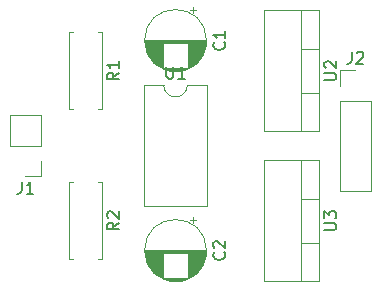
<source format=gbr>
G04 #@! TF.GenerationSoftware,KiCad,Pcbnew,5.0.0-fee4fd1~66~ubuntu18.04.1*
G04 #@! TF.CreationDate,2018-09-29T14:40:01+02:00*
G04 #@! TF.ProjectId,pwrsupply,707772737570706C792E6B696361645F,rev?*
G04 #@! TF.SameCoordinates,PX542d128PY52f7038*
G04 #@! TF.FileFunction,Legend,Top*
G04 #@! TF.FilePolarity,Positive*
%FSLAX46Y46*%
G04 Gerber Fmt 4.6, Leading zero omitted, Abs format (unit mm)*
G04 Created by KiCad (PCBNEW 5.0.0-fee4fd1~66~ubuntu18.04.1) date Sat Sep 29 14:40:01 2018*
%MOMM*%
%LPD*%
G01*
G04 APERTURE LIST*
%ADD10C,0.120000*%
%ADD11C,0.150000*%
G04 APERTURE END LIST*
D10*
G04 #@! TO.C,C1*
X17225000Y20975000D02*
G75*
G03X17225000Y20975000I-2620000J0D01*
G01*
X17185000Y20975000D02*
X12025000Y20975000D01*
X17185000Y20935000D02*
X12025000Y20935000D01*
X17184000Y20895000D02*
X12026000Y20895000D01*
X17183000Y20855000D02*
X12027000Y20855000D01*
X17181000Y20815000D02*
X12029000Y20815000D01*
X17178000Y20775000D02*
X12032000Y20775000D01*
X17174000Y20735000D02*
X15645000Y20735000D01*
X13565000Y20735000D02*
X12036000Y20735000D01*
X17170000Y20695000D02*
X15645000Y20695000D01*
X13565000Y20695000D02*
X12040000Y20695000D01*
X17166000Y20655000D02*
X15645000Y20655000D01*
X13565000Y20655000D02*
X12044000Y20655000D01*
X17161000Y20615000D02*
X15645000Y20615000D01*
X13565000Y20615000D02*
X12049000Y20615000D01*
X17155000Y20575000D02*
X15645000Y20575000D01*
X13565000Y20575000D02*
X12055000Y20575000D01*
X17148000Y20535000D02*
X15645000Y20535000D01*
X13565000Y20535000D02*
X12062000Y20535000D01*
X17141000Y20495000D02*
X15645000Y20495000D01*
X13565000Y20495000D02*
X12069000Y20495000D01*
X17133000Y20455000D02*
X15645000Y20455000D01*
X13565000Y20455000D02*
X12077000Y20455000D01*
X17125000Y20415000D02*
X15645000Y20415000D01*
X13565000Y20415000D02*
X12085000Y20415000D01*
X17116000Y20375000D02*
X15645000Y20375000D01*
X13565000Y20375000D02*
X12094000Y20375000D01*
X17106000Y20335000D02*
X15645000Y20335000D01*
X13565000Y20335000D02*
X12104000Y20335000D01*
X17096000Y20295000D02*
X15645000Y20295000D01*
X13565000Y20295000D02*
X12114000Y20295000D01*
X17085000Y20254000D02*
X15645000Y20254000D01*
X13565000Y20254000D02*
X12125000Y20254000D01*
X17073000Y20214000D02*
X15645000Y20214000D01*
X13565000Y20214000D02*
X12137000Y20214000D01*
X17060000Y20174000D02*
X15645000Y20174000D01*
X13565000Y20174000D02*
X12150000Y20174000D01*
X17047000Y20134000D02*
X15645000Y20134000D01*
X13565000Y20134000D02*
X12163000Y20134000D01*
X17033000Y20094000D02*
X15645000Y20094000D01*
X13565000Y20094000D02*
X12177000Y20094000D01*
X17019000Y20054000D02*
X15645000Y20054000D01*
X13565000Y20054000D02*
X12191000Y20054000D01*
X17003000Y20014000D02*
X15645000Y20014000D01*
X13565000Y20014000D02*
X12207000Y20014000D01*
X16987000Y19974000D02*
X15645000Y19974000D01*
X13565000Y19974000D02*
X12223000Y19974000D01*
X16970000Y19934000D02*
X15645000Y19934000D01*
X13565000Y19934000D02*
X12240000Y19934000D01*
X16953000Y19894000D02*
X15645000Y19894000D01*
X13565000Y19894000D02*
X12257000Y19894000D01*
X16934000Y19854000D02*
X15645000Y19854000D01*
X13565000Y19854000D02*
X12276000Y19854000D01*
X16915000Y19814000D02*
X15645000Y19814000D01*
X13565000Y19814000D02*
X12295000Y19814000D01*
X16895000Y19774000D02*
X15645000Y19774000D01*
X13565000Y19774000D02*
X12315000Y19774000D01*
X16873000Y19734000D02*
X15645000Y19734000D01*
X13565000Y19734000D02*
X12337000Y19734000D01*
X16852000Y19694000D02*
X15645000Y19694000D01*
X13565000Y19694000D02*
X12358000Y19694000D01*
X16829000Y19654000D02*
X15645000Y19654000D01*
X13565000Y19654000D02*
X12381000Y19654000D01*
X16805000Y19614000D02*
X15645000Y19614000D01*
X13565000Y19614000D02*
X12405000Y19614000D01*
X16780000Y19574000D02*
X15645000Y19574000D01*
X13565000Y19574000D02*
X12430000Y19574000D01*
X16754000Y19534000D02*
X15645000Y19534000D01*
X13565000Y19534000D02*
X12456000Y19534000D01*
X16727000Y19494000D02*
X15645000Y19494000D01*
X13565000Y19494000D02*
X12483000Y19494000D01*
X16700000Y19454000D02*
X15645000Y19454000D01*
X13565000Y19454000D02*
X12510000Y19454000D01*
X16670000Y19414000D02*
X15645000Y19414000D01*
X13565000Y19414000D02*
X12540000Y19414000D01*
X16640000Y19374000D02*
X15645000Y19374000D01*
X13565000Y19374000D02*
X12570000Y19374000D01*
X16609000Y19334000D02*
X15645000Y19334000D01*
X13565000Y19334000D02*
X12601000Y19334000D01*
X16576000Y19294000D02*
X15645000Y19294000D01*
X13565000Y19294000D02*
X12634000Y19294000D01*
X16542000Y19254000D02*
X15645000Y19254000D01*
X13565000Y19254000D02*
X12668000Y19254000D01*
X16506000Y19214000D02*
X15645000Y19214000D01*
X13565000Y19214000D02*
X12704000Y19214000D01*
X16469000Y19174000D02*
X15645000Y19174000D01*
X13565000Y19174000D02*
X12741000Y19174000D01*
X16431000Y19134000D02*
X15645000Y19134000D01*
X13565000Y19134000D02*
X12779000Y19134000D01*
X16390000Y19094000D02*
X15645000Y19094000D01*
X13565000Y19094000D02*
X12820000Y19094000D01*
X16348000Y19054000D02*
X15645000Y19054000D01*
X13565000Y19054000D02*
X12862000Y19054000D01*
X16304000Y19014000D02*
X15645000Y19014000D01*
X13565000Y19014000D02*
X12906000Y19014000D01*
X16258000Y18974000D02*
X15645000Y18974000D01*
X13565000Y18974000D02*
X12952000Y18974000D01*
X16210000Y18934000D02*
X15645000Y18934000D01*
X13565000Y18934000D02*
X13000000Y18934000D01*
X16159000Y18894000D02*
X15645000Y18894000D01*
X13565000Y18894000D02*
X13051000Y18894000D01*
X16105000Y18854000D02*
X15645000Y18854000D01*
X13565000Y18854000D02*
X13105000Y18854000D01*
X16048000Y18814000D02*
X15645000Y18814000D01*
X13565000Y18814000D02*
X13162000Y18814000D01*
X15988000Y18774000D02*
X15645000Y18774000D01*
X13565000Y18774000D02*
X13222000Y18774000D01*
X15924000Y18734000D02*
X15645000Y18734000D01*
X13565000Y18734000D02*
X13286000Y18734000D01*
X15856000Y18694000D02*
X15645000Y18694000D01*
X13565000Y18694000D02*
X13354000Y18694000D01*
X15783000Y18654000D02*
X13427000Y18654000D01*
X15703000Y18614000D02*
X13507000Y18614000D01*
X15616000Y18574000D02*
X13594000Y18574000D01*
X15520000Y18534000D02*
X13690000Y18534000D01*
X15410000Y18494000D02*
X13800000Y18494000D01*
X15282000Y18454000D02*
X13928000Y18454000D01*
X15123000Y18414000D02*
X14087000Y18414000D01*
X14889000Y18374000D02*
X14321000Y18374000D01*
X16080000Y23779775D02*
X16080000Y23279775D01*
X16330000Y23529775D02*
X15830000Y23529775D01*
G04 #@! TO.C,C2*
X16330000Y5749775D02*
X15830000Y5749775D01*
X16080000Y5999775D02*
X16080000Y5499775D01*
X14889000Y594000D02*
X14321000Y594000D01*
X15123000Y634000D02*
X14087000Y634000D01*
X15282000Y674000D02*
X13928000Y674000D01*
X15410000Y714000D02*
X13800000Y714000D01*
X15520000Y754000D02*
X13690000Y754000D01*
X15616000Y794000D02*
X13594000Y794000D01*
X15703000Y834000D02*
X13507000Y834000D01*
X15783000Y874000D02*
X13427000Y874000D01*
X13565000Y914000D02*
X13354000Y914000D01*
X15856000Y914000D02*
X15645000Y914000D01*
X13565000Y954000D02*
X13286000Y954000D01*
X15924000Y954000D02*
X15645000Y954000D01*
X13565000Y994000D02*
X13222000Y994000D01*
X15988000Y994000D02*
X15645000Y994000D01*
X13565000Y1034000D02*
X13162000Y1034000D01*
X16048000Y1034000D02*
X15645000Y1034000D01*
X13565000Y1074000D02*
X13105000Y1074000D01*
X16105000Y1074000D02*
X15645000Y1074000D01*
X13565000Y1114000D02*
X13051000Y1114000D01*
X16159000Y1114000D02*
X15645000Y1114000D01*
X13565000Y1154000D02*
X13000000Y1154000D01*
X16210000Y1154000D02*
X15645000Y1154000D01*
X13565000Y1194000D02*
X12952000Y1194000D01*
X16258000Y1194000D02*
X15645000Y1194000D01*
X13565000Y1234000D02*
X12906000Y1234000D01*
X16304000Y1234000D02*
X15645000Y1234000D01*
X13565000Y1274000D02*
X12862000Y1274000D01*
X16348000Y1274000D02*
X15645000Y1274000D01*
X13565000Y1314000D02*
X12820000Y1314000D01*
X16390000Y1314000D02*
X15645000Y1314000D01*
X13565000Y1354000D02*
X12779000Y1354000D01*
X16431000Y1354000D02*
X15645000Y1354000D01*
X13565000Y1394000D02*
X12741000Y1394000D01*
X16469000Y1394000D02*
X15645000Y1394000D01*
X13565000Y1434000D02*
X12704000Y1434000D01*
X16506000Y1434000D02*
X15645000Y1434000D01*
X13565000Y1474000D02*
X12668000Y1474000D01*
X16542000Y1474000D02*
X15645000Y1474000D01*
X13565000Y1514000D02*
X12634000Y1514000D01*
X16576000Y1514000D02*
X15645000Y1514000D01*
X13565000Y1554000D02*
X12601000Y1554000D01*
X16609000Y1554000D02*
X15645000Y1554000D01*
X13565000Y1594000D02*
X12570000Y1594000D01*
X16640000Y1594000D02*
X15645000Y1594000D01*
X13565000Y1634000D02*
X12540000Y1634000D01*
X16670000Y1634000D02*
X15645000Y1634000D01*
X13565000Y1674000D02*
X12510000Y1674000D01*
X16700000Y1674000D02*
X15645000Y1674000D01*
X13565000Y1714000D02*
X12483000Y1714000D01*
X16727000Y1714000D02*
X15645000Y1714000D01*
X13565000Y1754000D02*
X12456000Y1754000D01*
X16754000Y1754000D02*
X15645000Y1754000D01*
X13565000Y1794000D02*
X12430000Y1794000D01*
X16780000Y1794000D02*
X15645000Y1794000D01*
X13565000Y1834000D02*
X12405000Y1834000D01*
X16805000Y1834000D02*
X15645000Y1834000D01*
X13565000Y1874000D02*
X12381000Y1874000D01*
X16829000Y1874000D02*
X15645000Y1874000D01*
X13565000Y1914000D02*
X12358000Y1914000D01*
X16852000Y1914000D02*
X15645000Y1914000D01*
X13565000Y1954000D02*
X12337000Y1954000D01*
X16873000Y1954000D02*
X15645000Y1954000D01*
X13565000Y1994000D02*
X12315000Y1994000D01*
X16895000Y1994000D02*
X15645000Y1994000D01*
X13565000Y2034000D02*
X12295000Y2034000D01*
X16915000Y2034000D02*
X15645000Y2034000D01*
X13565000Y2074000D02*
X12276000Y2074000D01*
X16934000Y2074000D02*
X15645000Y2074000D01*
X13565000Y2114000D02*
X12257000Y2114000D01*
X16953000Y2114000D02*
X15645000Y2114000D01*
X13565000Y2154000D02*
X12240000Y2154000D01*
X16970000Y2154000D02*
X15645000Y2154000D01*
X13565000Y2194000D02*
X12223000Y2194000D01*
X16987000Y2194000D02*
X15645000Y2194000D01*
X13565000Y2234000D02*
X12207000Y2234000D01*
X17003000Y2234000D02*
X15645000Y2234000D01*
X13565000Y2274000D02*
X12191000Y2274000D01*
X17019000Y2274000D02*
X15645000Y2274000D01*
X13565000Y2314000D02*
X12177000Y2314000D01*
X17033000Y2314000D02*
X15645000Y2314000D01*
X13565000Y2354000D02*
X12163000Y2354000D01*
X17047000Y2354000D02*
X15645000Y2354000D01*
X13565000Y2394000D02*
X12150000Y2394000D01*
X17060000Y2394000D02*
X15645000Y2394000D01*
X13565000Y2434000D02*
X12137000Y2434000D01*
X17073000Y2434000D02*
X15645000Y2434000D01*
X13565000Y2474000D02*
X12125000Y2474000D01*
X17085000Y2474000D02*
X15645000Y2474000D01*
X13565000Y2515000D02*
X12114000Y2515000D01*
X17096000Y2515000D02*
X15645000Y2515000D01*
X13565000Y2555000D02*
X12104000Y2555000D01*
X17106000Y2555000D02*
X15645000Y2555000D01*
X13565000Y2595000D02*
X12094000Y2595000D01*
X17116000Y2595000D02*
X15645000Y2595000D01*
X13565000Y2635000D02*
X12085000Y2635000D01*
X17125000Y2635000D02*
X15645000Y2635000D01*
X13565000Y2675000D02*
X12077000Y2675000D01*
X17133000Y2675000D02*
X15645000Y2675000D01*
X13565000Y2715000D02*
X12069000Y2715000D01*
X17141000Y2715000D02*
X15645000Y2715000D01*
X13565000Y2755000D02*
X12062000Y2755000D01*
X17148000Y2755000D02*
X15645000Y2755000D01*
X13565000Y2795000D02*
X12055000Y2795000D01*
X17155000Y2795000D02*
X15645000Y2795000D01*
X13565000Y2835000D02*
X12049000Y2835000D01*
X17161000Y2835000D02*
X15645000Y2835000D01*
X13565000Y2875000D02*
X12044000Y2875000D01*
X17166000Y2875000D02*
X15645000Y2875000D01*
X13565000Y2915000D02*
X12040000Y2915000D01*
X17170000Y2915000D02*
X15645000Y2915000D01*
X13565000Y2955000D02*
X12036000Y2955000D01*
X17174000Y2955000D02*
X15645000Y2955000D01*
X17178000Y2995000D02*
X12032000Y2995000D01*
X17181000Y3035000D02*
X12029000Y3035000D01*
X17183000Y3075000D02*
X12027000Y3075000D01*
X17184000Y3115000D02*
X12026000Y3115000D01*
X17185000Y3155000D02*
X12025000Y3155000D01*
X17185000Y3195000D02*
X12025000Y3195000D01*
X17225000Y3195000D02*
G75*
G03X17225000Y3195000I-2620000J0D01*
G01*
G04 #@! TO.C,R1*
X8025000Y21685000D02*
X8355000Y21685000D01*
X8355000Y21685000D02*
X8355000Y15145000D01*
X8355000Y15145000D02*
X8025000Y15145000D01*
X5945000Y21685000D02*
X5615000Y21685000D01*
X5615000Y21685000D02*
X5615000Y15145000D01*
X5615000Y15145000D02*
X5945000Y15145000D01*
G04 #@! TO.C,R2*
X5615000Y2445000D02*
X5945000Y2445000D01*
X5615000Y8985000D02*
X5615000Y2445000D01*
X5945000Y8985000D02*
X5615000Y8985000D01*
X8355000Y2445000D02*
X8025000Y2445000D01*
X8355000Y8985000D02*
X8355000Y2445000D01*
X8025000Y8985000D02*
X8355000Y8985000D01*
G04 #@! TO.C,U1*
X15605000Y17205000D02*
G75*
G02X13605000Y17205000I-1000000J0D01*
G01*
X13605000Y17205000D02*
X11955000Y17205000D01*
X11955000Y17205000D02*
X11955000Y6925000D01*
X11955000Y6925000D02*
X17255000Y6925000D01*
X17255000Y6925000D02*
X17255000Y17205000D01*
X17255000Y17205000D02*
X15605000Y17205000D01*
G04 #@! TO.C,U2*
X26765000Y23535000D02*
X26765000Y13295000D01*
X22124000Y23535000D02*
X22124000Y13295000D01*
X26765000Y23535000D02*
X22124000Y23535000D01*
X26765000Y13295000D02*
X22124000Y13295000D01*
X25255000Y23535000D02*
X25255000Y13295000D01*
X26765000Y20265000D02*
X25255000Y20265000D01*
X26765000Y16564000D02*
X25255000Y16564000D01*
G04 #@! TO.C,U3*
X26765000Y3864000D02*
X25255000Y3864000D01*
X26765000Y7565000D02*
X25255000Y7565000D01*
X25255000Y10835000D02*
X25255000Y595000D01*
X26765000Y595000D02*
X22124000Y595000D01*
X26765000Y10835000D02*
X22124000Y10835000D01*
X22124000Y10835000D02*
X22124000Y595000D01*
X26765000Y10835000D02*
X26765000Y595000D01*
G04 #@! TO.C,J1*
X3235000Y14665000D02*
X575000Y14665000D01*
X3235000Y12065000D02*
X3235000Y14665000D01*
X575000Y12065000D02*
X575000Y14665000D01*
X3235000Y12065000D02*
X575000Y12065000D01*
X3235000Y10795000D02*
X3235000Y9465000D01*
X3235000Y9465000D02*
X1905000Y9465000D01*
G04 #@! TO.C,J2*
X28515000Y8195000D02*
X31175000Y8195000D01*
X28515000Y15875000D02*
X28515000Y8195000D01*
X31175000Y15875000D02*
X31175000Y8195000D01*
X28515000Y15875000D02*
X31175000Y15875000D01*
X28515000Y17145000D02*
X28515000Y18475000D01*
X28515000Y18475000D02*
X29845000Y18475000D01*
G04 #@! TO.C,C1*
D11*
X18712142Y20808334D02*
X18759761Y20760715D01*
X18807380Y20617858D01*
X18807380Y20522620D01*
X18759761Y20379762D01*
X18664523Y20284524D01*
X18569285Y20236905D01*
X18378809Y20189286D01*
X18235952Y20189286D01*
X18045476Y20236905D01*
X17950238Y20284524D01*
X17855000Y20379762D01*
X17807380Y20522620D01*
X17807380Y20617858D01*
X17855000Y20760715D01*
X17902619Y20808334D01*
X18807380Y21760715D02*
X18807380Y21189286D01*
X18807380Y21475000D02*
X17807380Y21475000D01*
X17950238Y21379762D01*
X18045476Y21284524D01*
X18093095Y21189286D01*
G04 #@! TO.C,C2*
X18712142Y3028334D02*
X18759761Y2980715D01*
X18807380Y2837858D01*
X18807380Y2742620D01*
X18759761Y2599762D01*
X18664523Y2504524D01*
X18569285Y2456905D01*
X18378809Y2409286D01*
X18235952Y2409286D01*
X18045476Y2456905D01*
X17950238Y2504524D01*
X17855000Y2599762D01*
X17807380Y2742620D01*
X17807380Y2837858D01*
X17855000Y2980715D01*
X17902619Y3028334D01*
X17902619Y3409286D02*
X17855000Y3456905D01*
X17807380Y3552143D01*
X17807380Y3790239D01*
X17855000Y3885477D01*
X17902619Y3933096D01*
X17997857Y3980715D01*
X18093095Y3980715D01*
X18235952Y3933096D01*
X18807380Y3361667D01*
X18807380Y3980715D01*
G04 #@! TO.C,R1*
X9807380Y18248334D02*
X9331190Y17915000D01*
X9807380Y17676905D02*
X8807380Y17676905D01*
X8807380Y18057858D01*
X8855000Y18153096D01*
X8902619Y18200715D01*
X8997857Y18248334D01*
X9140714Y18248334D01*
X9235952Y18200715D01*
X9283571Y18153096D01*
X9331190Y18057858D01*
X9331190Y17676905D01*
X9807380Y19200715D02*
X9807380Y18629286D01*
X9807380Y18915000D02*
X8807380Y18915000D01*
X8950238Y18819762D01*
X9045476Y18724524D01*
X9093095Y18629286D01*
G04 #@! TO.C,R2*
X9807380Y5548334D02*
X9331190Y5215000D01*
X9807380Y4976905D02*
X8807380Y4976905D01*
X8807380Y5357858D01*
X8855000Y5453096D01*
X8902619Y5500715D01*
X8997857Y5548334D01*
X9140714Y5548334D01*
X9235952Y5500715D01*
X9283571Y5453096D01*
X9331190Y5357858D01*
X9331190Y4976905D01*
X8902619Y5929286D02*
X8855000Y5976905D01*
X8807380Y6072143D01*
X8807380Y6310239D01*
X8855000Y6405477D01*
X8902619Y6453096D01*
X8997857Y6500715D01*
X9093095Y6500715D01*
X9235952Y6453096D01*
X9807380Y5881667D01*
X9807380Y6500715D01*
G04 #@! TO.C,U1*
X13843095Y18752620D02*
X13843095Y17943096D01*
X13890714Y17847858D01*
X13938333Y17800239D01*
X14033571Y17752620D01*
X14224047Y17752620D01*
X14319285Y17800239D01*
X14366904Y17847858D01*
X14414523Y17943096D01*
X14414523Y18752620D01*
X15414523Y17752620D02*
X14843095Y17752620D01*
X15128809Y17752620D02*
X15128809Y18752620D01*
X15033571Y18609762D01*
X14938333Y18514524D01*
X14843095Y18466905D01*
G04 #@! TO.C,U2*
X27217380Y17653096D02*
X28026904Y17653096D01*
X28122142Y17700715D01*
X28169761Y17748334D01*
X28217380Y17843572D01*
X28217380Y18034048D01*
X28169761Y18129286D01*
X28122142Y18176905D01*
X28026904Y18224524D01*
X27217380Y18224524D01*
X27312619Y18653096D02*
X27265000Y18700715D01*
X27217380Y18795953D01*
X27217380Y19034048D01*
X27265000Y19129286D01*
X27312619Y19176905D01*
X27407857Y19224524D01*
X27503095Y19224524D01*
X27645952Y19176905D01*
X28217380Y18605477D01*
X28217380Y19224524D01*
G04 #@! TO.C,U3*
X27217380Y4953096D02*
X28026904Y4953096D01*
X28122142Y5000715D01*
X28169761Y5048334D01*
X28217380Y5143572D01*
X28217380Y5334048D01*
X28169761Y5429286D01*
X28122142Y5476905D01*
X28026904Y5524524D01*
X27217380Y5524524D01*
X27217380Y5905477D02*
X27217380Y6524524D01*
X27598333Y6191191D01*
X27598333Y6334048D01*
X27645952Y6429286D01*
X27693571Y6476905D01*
X27788809Y6524524D01*
X28026904Y6524524D01*
X28122142Y6476905D01*
X28169761Y6429286D01*
X28217380Y6334048D01*
X28217380Y6048334D01*
X28169761Y5953096D01*
X28122142Y5905477D01*
G04 #@! TO.C,J1*
X1571666Y9012620D02*
X1571666Y8298334D01*
X1524047Y8155477D01*
X1428809Y8060239D01*
X1285952Y8012620D01*
X1190714Y8012620D01*
X2571666Y8012620D02*
X2000238Y8012620D01*
X2285952Y8012620D02*
X2285952Y9012620D01*
X2190714Y8869762D01*
X2095476Y8774524D01*
X2000238Y8726905D01*
G04 #@! TO.C,J2*
X29511666Y20022620D02*
X29511666Y19308334D01*
X29464047Y19165477D01*
X29368809Y19070239D01*
X29225952Y19022620D01*
X29130714Y19022620D01*
X29940238Y19927381D02*
X29987857Y19975000D01*
X30083095Y20022620D01*
X30321190Y20022620D01*
X30416428Y19975000D01*
X30464047Y19927381D01*
X30511666Y19832143D01*
X30511666Y19736905D01*
X30464047Y19594048D01*
X29892619Y19022620D01*
X30511666Y19022620D01*
G04 #@! TD*
M02*

</source>
